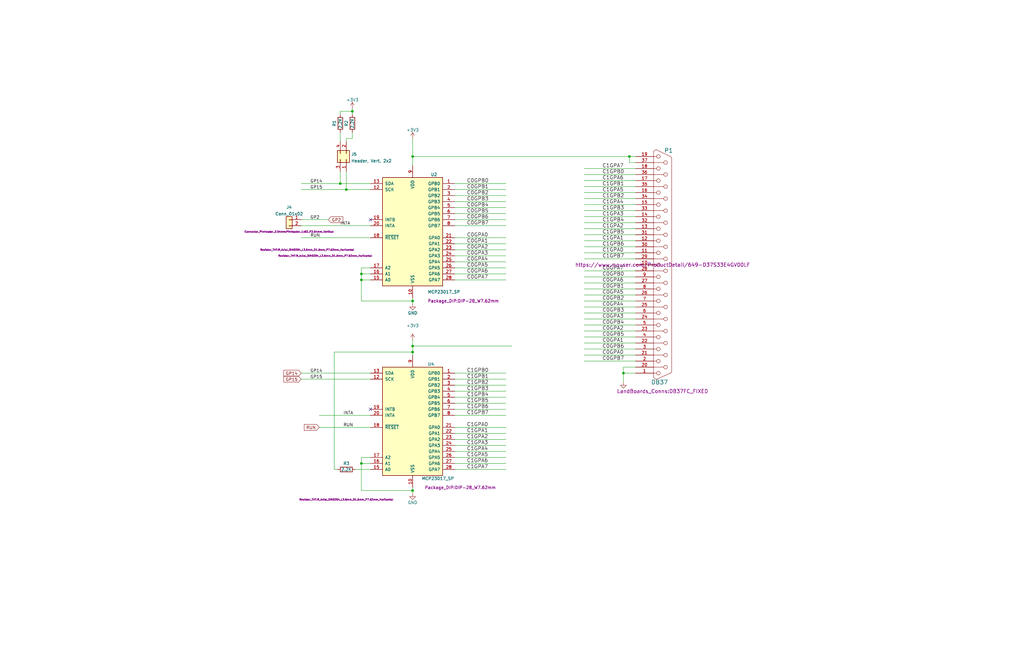
<source format=kicad_sch>
(kicad_sch (version 20211123) (generator eeschema)
  (paper "B")
  (title_block (title "DIGIO32") (date "2022-05-27") (rev "1") (company "land-boards.com"))
  (lib_symbols
    (symbol "Connector_Generic:Conn_01x02" (pin_names (offset 1.016) hide)
      (property "Reference" "J" (at 0 2.54 0))
      (property "Value" "Conn_01x02" (at 0 -5.08 0))
      (symbol "Conn_01x02_1_1"
        (rectangle (start -1.27 -2.413) (end 0 -2.667) (stroke (width 0.1524)))
        (rectangle (start -1.27 0.127) (end 0 -0.127) (stroke (width 0.1524)))
        (rectangle (start -1.27 1.27) (end 1.27 -3.81) (stroke (width 0.254)) (fill (type background)))
        (pin passive line (at -5.08 0 0) (length 3.81) (name "Pin_1") (number "1"))
        (pin passive line (at -5.08 -2.54 0) (length 3.81) (name "Pin_2") (number "2"))
      )
    )
    (symbol "Connector_Generic:Conn_02x02_Odd_Even" (pin_names (offset 1.016) hide)
      (property "Reference" "J" (at 1.27 2.54 0))
      (property "Value" "Conn_02x02_Odd_Even" (at 1.27 -5.08 0))
      (symbol "Conn_02x02_Odd_Even_1_1"
        (rectangle (start -1.27 -2.413) (end 0 -2.667) (stroke (width 0.1524)))
        (rectangle (start -1.27 0.127) (end 0 -0.127) (stroke (width 0.1524)))
        (rectangle (start -1.27 1.27) (end 3.81 -3.81) (stroke (width 0.254)) (fill (type background)))
        (rectangle (start 3.81 -2.413) (end 2.54 -2.667) (stroke (width 0.1524)))
        (rectangle (start 3.81 0.127) (end 2.54 -0.127) (stroke (width 0.1524)))
        (pin passive line (at -5.08 0 0) (length 3.81) (name "Pin_1") (number "1"))
        (pin passive line (at 7.62 0 180) (length 3.81) (name "Pin_2") (number "2"))
        (pin passive line (at -5.08 -2.54 0) (length 3.81) (name "Pin_3") (number "3"))
        (pin passive line (at 7.62 -2.54 180) (length 3.81) (name "Pin_4") (number "4"))
      )
    )
    (symbol "Device:R" (pin_numbers hide) (pin_names (offset 0))
      (property "Reference" "R" (at 2.032 0 90))
      (property "Value" "R" (at 0 0 90))
      (symbol "R_0_1"
        (rectangle (start -1.016 -2.54) (end 1.016 2.54) (stroke (width 0.254)))
      )
      (symbol "R_1_1"
        (pin passive line (at 0 3.81 270) (length 1.27) (name "~") (number "1"))
        (pin passive line (at 0 -3.81 90) (length 1.27) (name "~") (number "2"))
      )
    )
    (symbol "DigIO32-I2C-rescue:DB37-conn" (pin_names (offset 1.016) hide)
      (property "Reference" "J" (at 2.54 48.26 0))
      (property "Value" "DB37-conn" (at -1.27 -49.53 0))
      (symbol "DB37-conn_0_1"
        (arc (start -3.81 -47.244) (mid -3.3824 -48.0053) (end -2.54 -48.2346))
        (arc (start -2.54 48.514) (mid -3.3939 48.2797) (end -3.81 47.498))
        (circle (center -1.778 -45.72) (radius 0.762))
        (circle (center -1.778 -40.64) (radius 0.762))
        (circle (center -1.778 -35.56) (radius 0.762))
        (circle (center -1.778 -30.48) (radius 0.762))
        (circle (center -1.778 -25.4) (radius 0.762))
        (circle (center -1.778 -20.32) (radius 0.762))
        (circle (center -1.778 -15.24) (radius 0.762))
        (circle (center -1.778 -10.16) (radius 0.762))
        (circle (center -1.778 -5.08) (radius 0.762))
        (circle (center -1.778 0) (radius 0.762))
        (circle (center -1.778 5.08) (radius 0.762))
        (circle (center -1.778 10.16) (radius 0.762))
        (circle (center -1.778 15.24) (radius 0.762))
        (circle (center -1.778 20.32) (radius 0.762))
        (circle (center -1.778 25.4) (radius 0.762))
        (circle (center -1.778 30.48) (radius 0.762))
        (circle (center -1.778 35.56) (radius 0.762))
        (circle (center -1.778 40.64) (radius 0.762))
        (circle (center -1.778 45.72) (radius 0.762))
        (polyline (pts (xy -3.81 -45.72) (xy -2.54 -45.72)))
        (polyline (pts (xy -3.81 -43.18) (xy 0.508 -43.18)))
        (polyline (pts (xy -3.81 -40.64) (xy -2.54 -40.64)))
        (polyline (pts (xy -3.81 -38.1) (xy 0.508 -38.1)))
        (polyline (pts (xy -3.81 -35.56) (xy -2.54 -35.56)))
        (polyline (pts (xy -3.81 -33.02) (xy 0.508 -33.02)))
        (polyline (pts (xy -3.81 -30.48) (xy -2.54 -30.48)))
        (polyline (pts (xy -3.81 -27.94) (xy 0.508 -27.94)))
        (polyline (pts (xy -3.81 -25.4) (xy -2.54 -25.4)))
        (polyline (pts (xy -3.81 -22.86) (xy 0.508 -22.86)))
        (polyline (pts (xy -3.81 -20.32) (xy -2.54 -20.32)))
        (polyline (pts (xy -3.81 -17.78) (xy 0.508 -17.78)))
        (polyline (pts (xy -3.81 -15.24) (xy -2.54 -15.24)))
        (polyline (pts (xy -3.81 -12.7) (xy 0.508 -12.7)))
        (polyline (pts (xy -3.81 -10.16) (xy -2.54 -10.16)))
        (polyline (pts (xy -3.81 -7.62) (xy 0.508 -7.62)))
        (polyline (pts (xy -3.81 -5.08) (xy -2.54 -5.08)))
        (polyline (pts (xy -3.81 -2.54) (xy 0.508 -2.54)))
        (polyline (pts (xy -3.81 0) (xy -2.54 0)))
        (polyline (pts (xy -3.81 2.54) (xy 0.508 2.54)))
        (polyline (pts (xy -3.81 5.08) (xy -2.54 5.08)))
        (polyline (pts (xy -3.81 7.62) (xy 0.508 7.62)))
        (polyline (pts (xy -3.81 10.16) (xy -2.54 10.16)))
        (polyline (pts (xy -3.81 12.7) (xy 0.508 12.7)))
        (polyline (pts (xy -3.81 15.24) (xy -2.54 15.24)))
        (polyline (pts (xy -3.81 17.78) (xy 0.508 17.78)))
        (polyline (pts (xy -3.81 20.32) (xy -2.54 20.32)))
        (polyline (pts (xy -3.81 22.86) (xy 0.508 22.86)))
        (polyline (pts (xy -3.81 25.4) (xy -2.54 25.4)))
        (polyline (pts (xy -3.81 27.94) (xy 0.508 27.94)))
        (polyline (pts (xy -3.81 30.48) (xy -2.54 30.48)))
        (polyline (pts (xy -3.81 33.02) (xy 0.508 33.02)))
        (polyline (pts (xy -3.81 35.56) (xy -2.54 35.56)))
        (polyline (pts (xy -3.81 38.1) (xy 0.508 38.1)))
        (polyline (pts (xy -3.81 40.64) (xy -2.54 40.64)))
        (polyline (pts (xy -3.81 43.18) (xy 0.508 43.18)))
        (polyline (pts (xy -3.81 45.72) (xy -2.54 45.72)))
        (polyline (pts (xy -3.81 47.498) (xy -3.81 -47.2186)))
        (polyline (pts (xy -2.54 -48.26) (xy 3.302 -45.72)))
        (polyline (pts (xy -2.54 48.514) (xy 3.302 45.72)))
        (polyline (pts (xy 3.81 -44.958) (xy 3.81 44.958)))
        (circle (center 1.27 -43.18) (radius 0.762))
        (circle (center 1.27 -38.1) (radius 0.762))
        (circle (center 1.27 -33.02) (radius 0.762))
        (circle (center 1.27 -27.94) (radius 0.762))
        (circle (center 1.27 -22.86) (radius 0.762))
        (circle (center 1.27 -17.78) (radius 0.762))
        (circle (center 1.27 -12.7) (radius 0.762))
        (circle (center 1.27 -7.62) (radius 0.762))
        (circle (center 1.27 -2.54) (radius 0.762))
        (circle (center 1.27 2.54) (radius 0.762))
        (circle (center 1.27 7.62) (radius 0.762))
        (circle (center 1.27 12.7) (radius 0.762))
        (circle (center 1.27 17.78) (radius 0.762))
        (circle (center 1.27 22.86) (radius 0.762))
        (circle (center 1.27 27.94) (radius 0.762))
        (circle (center 1.27 33.02) (radius 0.762))
        (circle (center 1.27 38.1) (radius 0.762))
        (circle (center 1.27 43.18) (radius 0.762))
        (arc (start 3.302 -45.72) (mid 3.664 -45.411) (end 3.81 -44.958))
        (arc (start 3.7846 44.958) (mid 3.6544 45.3991) (end 3.302 45.6946))
      )
      (symbol "DB37-conn_1_1"
        (pin passive line (at -11.43 -45.72 0) (length 7.62) (name "1") (number "1"))
        (pin passive line (at -11.43 0 0) (length 7.62) (name "10") (number "10"))
        (pin passive line (at -11.43 5.08 0) (length 7.62) (name "11") (number "11"))
        (pin passive line (at -11.43 10.16 0) (length 7.62) (name "12") (number "12"))
        (pin passive line (at -11.43 15.24 0) (length 7.62) (name "13") (number "13"))
        (pin passive line (at -11.43 20.32 0) (length 7.62) (name "14") (number "14"))
        (pin passive line (at -11.43 25.4 0) (length 7.62) (name "15") (number "15"))
        (pin passive line (at -11.43 30.48 0) (length 7.62) (name "16") (number "16"))
        (pin passive line (at -11.43 35.56 0) (length 7.62) (name "17") (number "17"))
        (pin passive line (at -11.43 40.64 0) (length 7.62) (name "18") (number "18"))
        (pin passive line (at -11.43 45.72 0) (length 7.62) (name "19") (number "19"))
        (pin passive line (at -11.43 -40.64 0) (length 7.62) (name "2") (number "2"))
        (pin passive line (at -11.43 -43.18 0) (length 7.62) (name "20") (number "20"))
        (pin passive line (at -11.43 -38.1 0) (length 7.62) (name "21") (number "21"))
        (pin passive line (at -11.43 -33.02 0) (length 7.62) (name "22") (number "22"))
        (pin passive line (at -11.43 -27.94 0) (length 7.62) (name "23") (number "23"))
        (pin passive line (at -11.43 -22.86 0) (length 7.62) (name "24") (number "24"))
        (pin passive line (at -11.43 -17.78 0) (length 7.62) (name "25") (number "25"))
        (pin passive line (at -11.43 -12.7 0) (length 7.62) (name "26") (number "26"))
        (pin passive line (at -11.43 -7.62 0) (length 7.62) (name "27") (number "27"))
        (pin passive line (at -11.43 -2.54 0) (length 7.62) (name "28") (number "28"))
        (pin passive line (at -11.43 2.54 0) (length 7.62) (name "29") (number "29"))
        (pin passive line (at -11.43 -35.56 0) (length 7.62) (name "3") (number "3"))
        (pin passive line (at -11.43 7.62 0) (length 7.62) (name "30") (number "30"))
        (pin passive line (at -11.43 12.7 0) (length 7.62) (name "31") (number "31"))
        (pin passive line (at -11.43 17.78 0) (length 7.62) (name "32") (number "32"))
        (pin passive line (at -11.43 22.86 0) (length 7.62) (name "33") (number "33"))
        (pin passive line (at -11.43 27.94 0) (length 7.62) (name "34") (number "34"))
        (pin passive line (at -11.43 33.02 0) (length 7.62) (name "35") (number "35"))
        (pin passive line (at -11.43 38.1 0) (length 7.62) (name "36") (number "36"))
        (pin passive line (at -11.43 43.18 0) (length 7.62) (name "37") (number "37"))
        (pin passive line (at -11.43 -30.48 0) (length 7.62) (name "4") (number "4"))
        (pin passive line (at -11.43 -25.4 0) (length 7.62) (name "5") (number "5"))
        (pin passive line (at -11.43 -20.32 0) (length 7.62) (name "6") (number "6"))
        (pin passive line (at -11.43 -15.24 0) (length 7.62) (name "7") (number "7"))
        (pin passive line (at -11.43 -10.16 0) (length 7.62) (name "8") (number "8"))
        (pin passive line (at -11.43 -5.08 0) (length 7.62) (name "9") (number "9"))
      )
    )
    (symbol "Interface_Expansion:MCP23017_SP" (pin_names (offset 1.016))
      (property "Reference" "U" (at -11.43 24.13 0))
      (property "Value" "MCP23017_SP" (at 0 0 0))
      (symbol "MCP23017_SP_0_1"
        (rectangle (start -12.7 22.86) (end 12.7 -22.86) (stroke (width 0.254)) (fill (type background)))
      )
      (symbol "MCP23017_SP_1_1"
        (pin bidirectional line (at 17.78 20.32 180) (length 5.08) (name "GPB0") (number "1"))
        (pin power_in line (at 0 -27.94 90) (length 5.08) (name "VSS") (number "10"))
        (pin no_connect line (at -12.7 15.24 0) (length 5.08) hide (name "NC") (number "11"))
        (pin input line (at -17.78 17.78 0) (length 5.08) (name "SCK") (number "12"))
        (pin bidirectional line (at -17.78 20.32 0) (length 5.08) (name "SDA") (number "13"))
        (pin no_connect line (at -12.7 12.7 0) (length 5.08) hide (name "NC") (number "14"))
        (pin input line (at -17.78 -20.32 0) (length 5.08) (name "A0") (number "15"))
        (pin input line (at -17.78 -17.78 0) (length 5.08) (name "A1") (number "16"))
        (pin input line (at -17.78 -15.24 0) (length 5.08) (name "A2") (number "17"))
        (pin input line (at -17.78 -2.54 0) (length 5.08) (name "~{RESET}") (number "18"))
        (pin tri_state line (at -17.78 5.08 0) (length 5.08) (name "INTB") (number "19"))
        (pin bidirectional line (at 17.78 17.78 180) (length 5.08) (name "GPB1") (number "2"))
        (pin tri_state line (at -17.78 2.54 0) (length 5.08) (name "INTA") (number "20"))
        (pin bidirectional line (at 17.78 -2.54 180) (length 5.08) (name "GPA0") (number "21"))
        (pin bidirectional line (at 17.78 -5.08 180) (length 5.08) (name "GPA1") (number "22"))
        (pin bidirectional line (at 17.78 -7.62 180) (length 5.08) (name "GPA2") (number "23"))
        (pin bidirectional line (at 17.78 -10.16 180) (length 5.08) (name "GPA3") (number "24"))
        (pin bidirectional line (at 17.78 -12.7 180) (length 5.08) (name "GPA4") (number "25"))
        (pin bidirectional line (at 17.78 -15.24 180) (length 5.08) (name "GPA5") (number "26"))
        (pin bidirectional line (at 17.78 -17.78 180) (length 5.08) (name "GPA6") (number "27"))
        (pin bidirectional line (at 17.78 -20.32 180) (length 5.08) (name "GPA7") (number "28"))
        (pin bidirectional line (at 17.78 15.24 180) (length 5.08) (name "GPB2") (number "3"))
        (pin bidirectional line (at 17.78 12.7 180) (length 5.08) (name "GPB3") (number "4"))
        (pin bidirectional line (at 17.78 10.16 180) (length 5.08) (name "GPB4") (number "5"))
        (pin bidirectional line (at 17.78 7.62 180) (length 5.08) (name "GPB5") (number "6"))
        (pin bidirectional line (at 17.78 5.08 180) (length 5.08) (name "GPB6") (number "7"))
        (pin bidirectional line (at 17.78 2.54 180) (length 5.08) (name "GPB7") (number "8"))
        (pin power_in line (at 0 27.94 270) (length 5.08) (name "VDD") (number "9"))
      )
    )
    (symbol "power:+3.3V" (power) (pin_names (offset 0))
      (property "Value" "+3.3V" (at 0 3.556 0))
      (symbol "+3.3V_0_1"
        (polyline (pts (xy -0.762 1.27) (xy 0 2.54)))
        (polyline (pts (xy 0 0) (xy 0 2.54)))
        (polyline (pts (xy 0 2.54) (xy 0.762 1.27)))
      )
      (symbol "+3.3V_1_1"
        (pin power_in line (at 0 0 90) (length 0) hide (name "+3V3") (number "1"))
      )
    )
    (symbol "power:GND" (power) (pin_names (offset 0))
      (property "Value" "GND" (at 0 -3.81 0))
      (symbol "GND_0_1"
        (polyline (pts (xy 0 0) (xy 0 -1.27) (xy 1.27 -1.27) (xy 0 -2.54) (xy -1.27 -1.27) (xy 0 -1.27)))
      )
      (symbol "GND_1_1"
        (pin power_in line (at 0 0 270) (length 0) hide (name "GND") (number "1"))
      )
    )
  )
  (junction (at 173.99 207.01))
  (junction (at 262.89 157.48))
  (junction (at 143.51 77.47))
  (junction (at 173.99 66.04))
  (junction (at 173.99 127))
  (junction (at 148.59 46.99))
  (junction (at 173.99 146.05))
  (junction (at 152.4 115.57))
  (junction (at 265.43 66.04))
  (junction (at 146.05 80.01))
  (junction (at 152.4 195.58))
  (junction (at 152.4 118.11))
  (junction (at 173.99 148.59))
  (no_connect (at 156.21 92.71))
  (no_connect (at 156.21 172.72))
  (wire (pts (xy 191.77 187.96) (xy 213.36 187.96)))
  (wire (pts (xy 265.43 66.04) (xy 267.97 66.04)))
  (wire (pts (xy 127 157.48) (xy 156.21 157.48)))
  (wire (pts (xy 146.05 80.01) (xy 156.21 80.01)))
  (wire (pts (xy 152.4 195.58) (xy 156.21 195.58)))
  (wire (pts (xy 173.99 146.05) (xy 173.99 148.59)))
  (wire (pts (xy 191.77 87.63) (xy 213.36 87.63)))
  (wire (pts (xy 191.77 113.03) (xy 213.36 113.03)))
  (wire (pts (xy 191.77 165.1) (xy 213.36 165.1)))
  (wire (pts (xy 246.38 88.9) (xy 267.97 88.9)))
  (wire (pts (xy 191.77 190.5) (xy 213.36 190.5)))
  (wire (pts (xy 191.77 180.34) (xy 213.36 180.34)))
  (wire (pts (xy 191.77 85.09) (xy 213.36 85.09)))
  (wire (pts (xy 152.4 195.58) (xy 152.4 193.04)))
  (wire (pts (xy 191.77 118.11) (xy 213.36 118.11)))
  (wire (pts (xy 140.97 198.12) (xy 142.24 198.12)))
  (wire (pts (xy 246.38 73.66) (xy 267.97 73.66)))
  (wire (pts (xy 246.38 149.86) (xy 267.97 149.86)))
  (wire (pts (xy 246.38 86.36) (xy 267.97 86.36)))
  (wire (pts (xy 191.77 198.12) (xy 213.36 198.12)))
  (wire (pts (xy 173.99 148.59) (xy 140.97 148.59)))
  (wire (pts (xy 262.89 157.48) (xy 267.97 157.48)))
  (wire (pts (xy 267.97 68.58) (xy 265.43 68.58)))
  (wire (pts (xy 191.77 157.48) (xy 213.36 157.48)))
  (wire (pts (xy 127 160.02) (xy 156.21 160.02)))
  (wire (pts (xy 191.77 170.18) (xy 213.36 170.18)))
  (wire (pts (xy 246.38 109.22) (xy 267.97 109.22)))
  (wire (pts (xy 149.86 198.12) (xy 156.21 198.12)))
  (wire (pts (xy 146.05 72.39) (xy 146.05 80.01)))
  (wire (pts (xy 173.99 148.59) (xy 173.99 149.86)))
  (wire (pts (xy 173.99 58.42) (xy 173.99 66.04)))
  (wire (pts (xy 246.38 121.92) (xy 267.97 121.92)))
  (wire (pts (xy 134.62 175.26) (xy 156.21 175.26)))
  (wire (pts (xy 246.38 93.98) (xy 267.97 93.98)))
  (wire (pts (xy 191.77 193.04) (xy 213.36 193.04)))
  (wire (pts (xy 246.38 78.74) (xy 267.97 78.74)))
  (wire (pts (xy 246.38 116.84) (xy 267.97 116.84)))
  (wire (pts (xy 246.38 142.24) (xy 267.97 142.24)))
  (wire (pts (xy 246.38 152.4) (xy 267.97 152.4)))
  (wire (pts (xy 191.77 105.41) (xy 213.36 105.41)))
  (wire (pts (xy 246.38 91.44) (xy 267.97 91.44)))
  (wire (pts (xy 127 92.71) (xy 138.43 92.71)))
  (wire (pts (xy 246.38 104.14) (xy 267.97 104.14)))
  (wire (pts (xy 173.99 66.04) (xy 265.43 66.04)))
  (wire (pts (xy 152.4 115.57) (xy 156.21 115.57)))
  (wire (pts (xy 134.62 180.34) (xy 156.21 180.34)))
  (wire (pts (xy 143.51 72.39) (xy 143.51 77.47)))
  (wire (pts (xy 191.77 195.58) (xy 213.36 195.58)))
  (wire (pts (xy 152.4 195.58) (xy 152.4 207.01)))
  (wire (pts (xy 152.4 113.03) (xy 156.21 113.03)))
  (wire (pts (xy 191.77 182.88) (xy 213.36 182.88)))
  (wire (pts (xy 246.38 114.3) (xy 267.97 114.3)))
  (wire (pts (xy 191.77 160.02) (xy 213.36 160.02)))
  (wire (pts (xy 246.38 81.28) (xy 267.97 81.28)))
  (wire (pts (xy 262.89 157.48) (xy 262.89 161.29)))
  (wire (pts (xy 191.77 100.33) (xy 213.36 100.33)))
  (wire (pts (xy 191.77 77.47) (xy 213.36 77.47)))
  (wire (pts (xy 246.38 83.82) (xy 267.97 83.82)))
  (wire (pts (xy 246.38 71.12) (xy 267.97 71.12)))
  (wire (pts (xy 173.99 205.74) (xy 173.99 207.01)))
  (wire (pts (xy 191.77 92.71) (xy 213.36 92.71)))
  (wire (pts (xy 143.51 46.99) (xy 148.59 46.99)))
  (wire (pts (xy 262.89 154.94) (xy 262.89 157.48)))
  (wire (pts (xy 246.38 137.16) (xy 267.97 137.16)))
  (wire (pts (xy 246.38 101.6) (xy 267.97 101.6)))
  (wire (pts (xy 246.38 139.7) (xy 267.97 139.7)))
  (wire (pts (xy 143.51 48.26) (xy 143.51 46.99)))
  (wire (pts (xy 246.38 124.46) (xy 267.97 124.46)))
  (wire (pts (xy 191.77 95.25) (xy 213.36 95.25)))
  (wire (pts (xy 152.4 118.11) (xy 152.4 115.57)))
  (wire (pts (xy 246.38 134.62) (xy 267.97 134.62)))
  (wire (pts (xy 146.05 59.69) (xy 146.05 58.42)))
  (wire (pts (xy 143.51 77.47) (xy 156.21 77.47)))
  (wire (pts (xy 127 95.25) (xy 156.21 95.25)))
  (wire (pts (xy 173.99 127) (xy 152.4 127)))
  (wire (pts (xy 265.43 68.58) (xy 265.43 66.04)))
  (wire (pts (xy 148.59 45.72) (xy 148.59 46.99)))
  (wire (pts (xy 191.77 162.56) (xy 213.36 162.56)))
  (wire (pts (xy 246.38 119.38) (xy 267.97 119.38)))
  (wire (pts (xy 152.4 193.04) (xy 156.21 193.04)))
  (wire (pts (xy 246.38 147.32) (xy 267.97 147.32)))
  (wire (pts (xy 143.51 55.88) (xy 143.51 59.69)))
  (wire (pts (xy 246.38 129.54) (xy 267.97 129.54)))
  (wire (pts (xy 127 77.47) (xy 143.51 77.47)))
  (wire (pts (xy 127 100.33) (xy 156.21 100.33)))
  (wire (pts (xy 262.89 154.94) (xy 267.97 154.94)))
  (wire (pts (xy 191.77 167.64) (xy 213.36 167.64)))
  (wire (pts (xy 146.05 58.42) (xy 148.59 58.42)))
  (wire (pts (xy 246.38 99.06) (xy 267.97 99.06)))
  (wire (pts (xy 246.38 132.08) (xy 267.97 132.08)))
  (wire (pts (xy 152.4 118.11) (xy 156.21 118.11)))
  (wire (pts (xy 173.99 143.51) (xy 173.99 146.05)))
  (wire (pts (xy 246.38 96.52) (xy 267.97 96.52)))
  (wire (pts (xy 246.38 76.2) (xy 267.97 76.2)))
  (wire (pts (xy 140.97 148.59) (xy 140.97 198.12)))
  (wire (pts (xy 173.99 66.04) (xy 173.99 69.85)))
  (wire (pts (xy 148.59 46.99) (xy 148.59 48.26)))
  (wire (pts (xy 127 80.01) (xy 146.05 80.01)))
  (wire (pts (xy 191.77 185.42) (xy 213.36 185.42)))
  (wire (pts (xy 152.4 127) (xy 152.4 118.11)))
  (wire (pts (xy 152.4 115.57) (xy 152.4 113.03)))
  (wire (pts (xy 191.77 107.95) (xy 213.36 107.95)))
  (wire (pts (xy 246.38 106.68) (xy 267.97 106.68)))
  (wire (pts (xy 173.99 146.05) (xy 215.9 146.05)))
  (wire (pts (xy 191.77 175.26) (xy 213.36 175.26)))
  (wire (pts (xy 191.77 102.87) (xy 213.36 102.87)))
  (wire (pts (xy 246.38 127) (xy 267.97 127)))
  (wire (pts (xy 173.99 207.01) (xy 152.4 207.01)))
  (wire (pts (xy 173.99 125.73) (xy 173.99 127)))
  (wire (pts (xy 191.77 90.17) (xy 213.36 90.17)))
  (wire (pts (xy 191.77 110.49) (xy 213.36 110.49)))
  (wire (pts (xy 173.99 207.01) (xy 173.99 208.28)))
  (wire (pts (xy 191.77 172.72) (xy 213.36 172.72)))
  (wire (pts (xy 173.99 127) (xy 173.99 128.27)))
  (wire (pts (xy 191.77 82.55) (xy 213.36 82.55)))
  (wire (pts (xy 148.59 55.88) (xy 148.59 58.42)))
  (wire (pts (xy 191.77 80.01) (xy 213.36 80.01)))
  (wire (pts (xy 191.77 115.57) (xy 213.36 115.57)))
  (wire (pts (xy 246.38 144.78) (xy 267.97 144.78)))
  (label "C1GPA3" (at 196.85 187.96 0) (effects (font (size 1.524 1.524))))
  (label "C0GPA7" (at 254 114.3 0) (effects (font (size 1.524 1.524))))
  (label "GP14" (at 130.81 77.47 0))
  (label "C1GPA4" (at 254 86.36 0) (effects (font (size 1.524 1.524))))
  (label "C1GPB1" (at 254 78.74 0) (effects (font (size 1.524 1.524))))
  (label "C1GPB4" (at 196.85 167.64 0) (effects (font (size 1.524 1.524))))
  (label "C1GPA5" (at 254 81.28 0) (effects (font (size 1.524 1.524))))
  (label "C0GPB0" (at 196.85 77.47 0) (effects (font (size 1.524 1.524))))
  (label "C0GPA3" (at 196.85 107.95 0) (effects (font (size 1.524 1.524))))
  (label "C1GPA3" (at 254 91.44 0) (effects (font (size 1.524 1.524))))
  (label "GP14" (at 130.81 157.48 0))
  (label "C0GPB2" (at 254 127 0) (effects (font (size 1.524 1.524))))
  (label "INTA" (at 144.78 175.26 0))
  (label "GP15" (at 130.81 160.02 0))
  (label "INTA" (at 143.51 95.25 0))
  (label "C1GPB0" (at 254 73.66 0) (effects (font (size 1.524 1.524))))
  (label "C0GPB3" (at 196.85 85.09 0) (effects (font (size 1.524 1.524))))
  (label "C0GPB3" (at 254 132.08 0) (effects (font (size 1.524 1.524))))
  (label "C1GPA6" (at 254 76.2 0) (effects (font (size 1.524 1.524))))
  (label "C1GPA0" (at 254 106.68 0) (effects (font (size 1.524 1.524))))
  (label "C1GPA7" (at 254 71.12 0) (effects (font (size 1.524 1.524))))
  (label "RUN" (at 130.81 100.33 0))
  (label "C0GPB4" (at 254 137.16 0) (effects (font (size 1.524 1.524))))
  (label "C0GPA0" (at 254 149.86 0) (effects (font (size 1.524 1.524))))
  (label "C1GPB0" (at 196.85 157.48 0) (effects (font (size 1.524 1.524))))
  (label "C0GPA3" (at 254 134.62 0) (effects (font (size 1.524 1.524))))
  (label "C0GPA5" (at 196.85 113.03 0) (effects (font (size 1.524 1.524))))
  (label "C1GPA7" (at 196.85 198.12 0) (effects (font (size 1.524 1.524))))
  (label "C0GPA0" (at 196.85 100.33 0) (effects (font (size 1.524 1.524))))
  (label "RUN" (at 144.78 180.34 0))
  (label "C0GPB5" (at 254 142.24 0) (effects (font (size 1.524 1.524))))
  (label "C1GPB4" (at 254 93.98 0) (effects (font (size 1.524 1.524))))
  (label "C0GPA1" (at 196.85 102.87 0) (effects (font (size 1.524 1.524))))
  (label "C1GPB3" (at 254 88.9 0) (effects (font (size 1.524 1.524))))
  (label "C0GPB5" (at 196.85 90.17 0) (effects (font (size 1.524 1.524))))
  (label "C0GPA5" (at 254 124.46 0) (effects (font (size 1.524 1.524))))
  (label "C1GPB5" (at 196.85 170.18 0) (effects (font (size 1.524 1.524))))
  (label "C1GPB6" (at 254 104.14 0) (effects (font (size 1.524 1.524))))
  (label "C0GPB2" (at 196.85 82.55 0) (effects (font (size 1.524 1.524))))
  (label "C0GPB1" (at 254 121.92 0) (effects (font (size 1.524 1.524))))
  (label "C0GPA4" (at 196.85 110.49 0) (effects (font (size 1.524 1.524))))
  (label "C0GPB1" (at 196.85 80.01 0) (effects (font (size 1.524 1.524))))
  (label "C1GPB6" (at 196.85 172.72 0) (effects (font (size 1.524 1.524))))
  (label "C0GPB6" (at 254 147.32 0) (effects (font (size 1.524 1.524))))
  (label "C1GPA2" (at 254 96.52 0) (effects (font (size 1.524 1.524))))
  (label "GP15" (at 130.81 80.01 0))
  (label "C1GPA1" (at 254 101.6 0) (effects (font (size 1.524 1.524))))
  (label "C0GPA2" (at 196.85 105.41 0) (effects (font (size 1.524 1.524))))
  (label "C0GPA1" (at 254 144.78 0) (effects (font (size 1.524 1.524))))
  (label "C0GPA2" (at 254 139.7 0) (effects (font (size 1.524 1.524))))
  (label "C0GPA6" (at 254 119.38 0) (effects (font (size 1.524 1.524))))
  (label "C1GPB2" (at 196.85 162.56 0) (effects (font (size 1.524 1.524))))
  (label "C1GPA0" (at 196.85 180.34 0) (effects (font (size 1.524 1.524))))
  (label "C0GPB7" (at 254 152.4 0) (effects (font (size 1.524 1.524))))
  (label "C1GPA5" (at 196.85 193.04 0) (effects (font (size 1.524 1.524))))
  (label "C0GPA7" (at 196.85 118.11 0) (effects (font (size 1.524 1.524))))
  (label "C1GPA1" (at 196.85 182.88 0) (effects (font (size 1.524 1.524))))
  (label "C1GPB1" (at 196.85 160.02 0) (effects (font (size 1.524 1.524))))
  (label "C1GPA6" (at 196.85 195.58 0) (effects (font (size 1.524 1.524))))
  (label "C0GPB7" (at 196.85 95.25 0) (effects (font (size 1.524 1.524))))
  (label "C0GPA4" (at 254 129.54 0) (effects (font (size 1.524 1.524))))
  (label "C1GPB2" (at 254 83.82 0) (effects (font (size 1.524 1.524))))
  (label "C1GPB7" (at 254 109.22 0) (effects (font (size 1.524 1.524))))
  (label "C0GPB0" (at 254 116.84 0) (effects (font (size 1.524 1.524))))
  (label "C1GPB7" (at 196.85 175.26 0) (effects (font (size 1.524 1.524))))
  (label "C1GPA4" (at 196.85 190.5 0) (effects (font (size 1.524 1.524))))
  (label "C1GPB5" (at 254 99.06 0) (effects (font (size 1.524 1.524))))
  (label "GP2" (at 130.81 92.71 0))
  (label "C1GPA2" (at 196.85 185.42 0) (effects (font (size 1.524 1.524))))
  (label "C0GPB4" (at 196.85 87.63 0) (effects (font (size 1.524 1.524))))
  (label "C0GPA6" (at 196.85 115.57 0) (effects (font (size 1.524 1.524))))
  (label "C0GPB6" (at 196.85 92.71 0) (effects (font (size 1.524 1.524))))
  (label "C1GPB3" (at 196.85 165.1 0) (effects (font (size 1.524 1.524))))
  (global_label "GP15" (shape input) (at 127 160.02 180) (property "Intersheet References" "${INTERSHEET_REFS}" (effects hide)))
  (global_label "GP2" (shape input) (at 138.43 92.71 0) (property "Intersheet References" "${INTERSHEET_REFS}" (effects hide)))
  (global_label "RUN" (shape input) (at 134.62 180.34 180) (property "Intersheet References" "${INTERSHEET_REFS}" (effects hide)))
  (global_label "GP14" (shape input) (at 127 157.48 180) (property "Intersheet References" "${INTERSHEET_REFS}" (effects hide)))
  (symbol (lib_id "power:+3.3V") (at 173.99 58.42 0) (unit 1)
    (property "Reference" "#PWR0104" (effects hide))
    (property "Value" "+3.3V" (at 173.99 54.864 0))
  )
  (symbol (lib_id "power:GND") (at 262.89 161.29 0) (unit 1)
    (property "Reference" "#PWR0108" (effects hide))
    (property "Value" "GND" (effects hide))
  )
  (symbol (lib_id "Interface_Expansion:MCP23017_SP") (at 173.99 97.79 0) (unit 1)
    (property "Reference" "U2" (at 181.61 73.66 0) (effects (justify left)))
    (property "Value" "MCP23017_SP" (at 180.34 123.19 0) (effects (justify left)))
    (property "Footprint" "Package_DIP:DIP-28_W7.62mm" (at 180.34 127 0) (effects (justify left)))
    (property "Datasheet" "http://ww1.microchip.com/downloads/en/DeviceDoc/20001952C.pdf" (effects hide))
  )
  (symbol (lib_id "Interface_Expansion:MCP23017_SP") (at 173.99 177.8 0) (unit 1)
    (property "Reference" "U4" (at 180.34 153.67 0) (effects (justify left)))
    (property "Value" "MCP23017_SP" (at 177.8 201.93 0) (effects (justify left)))
    (property "Footprint" "Package_DIP:DIP-28_W7.62mm" (at 179.07 205.74 0) (effects (justify left)))
    (property "Datasheet" "http://ww1.microchip.com/downloads/en/DeviceDoc/20001952C.pdf" (effects hide))
  )
  (symbol (lib_id "power:GND") (at 173.99 208.28 0) (unit 1)
    (property "Reference" "#PWR0105" (effects hide))
    (property "Value" "GND" (at 173.99 212.09 0))
  )
  (symbol (lib_id "Device:R") (at 143.51 52.07 0) (unit 1)
    (property "Reference" "R1" (at 140.97 52.07 90))
    (property "Value" "2.2K" (at 143.51 52.07 90))
    (property "Footprint" "Resistor_THT:R_Axial_DIN0204_L3.6mm_D1.6mm_P7.62mm_Horizontal" (at 129.54 105.41 0) (effects (font (size 0.762 0.762))))
    (property "Datasheet" "https://www.mouser.com/ProductDetail/299-2.2K-RC" (effects hide))
  )
  (symbol (lib_id "Device:R") (at 146.05 198.12 270) (unit 1)
    (property "Reference" "R3" (at 146.05 195.58 90))
    (property "Value" "2.2K" (at 146.05 198.12 90))
    (property "Footprint" "Resistor_THT:R_Axial_DIN0204_L3.6mm_D1.6mm_P7.62mm_Horizontal" (at 146.05 210.82 90) (effects (font (size 0.762 0.762))))
  )
  (symbol (lib_id "DigIO32-I2C-rescue:DB37-conn") (at 279.4 111.76 0) (unit 1)
    (property "Reference" "P1" (at 281.94 63.5 0) (effects (font (size 1.778 1.778))))
    (property "Value" "DB37" (at 278.13 161.29 0) (effects (font (size 1.778 1.778))))
    (property "Footprint" "LandBoards_Conns:DB37FC_FIXED" (at 279.4 165.1 0) (effects (font (size 1.524 1.524))))
    (property "Datasheet" "https://www.mouser.com/ProductDetail/649-D37S33E4GV00LF" (at 279.4 111.76 0) (effects (font (size 1.524 1.524))))
  )
  (symbol (lib_id "power:GND") (at 173.99 128.27 0) (unit 1)
    (property "Reference" "#PWR0106" (effects hide))
    (property "Value" "GND" (at 173.99 132.08 0))
  )
  (symbol (lib_id "Connector_Generic:Conn_02x02_Odd_Even") (at 146.05 67.31 270) (mirror x) (unit 1)
    (property "Reference" "J5" (at 148.082 65.1315 90) (effects (justify left)))
    (property "Value" "Header, Vert, 2x2" (at 148.082 67.9066 90) (effects (justify left)))
    (property "Footprint" "Connector_PinHeader_2.54mm:PinHeader_2x02_P2.54mm_Vertical" (effects hide))
  )
  (symbol (lib_id "power:+3.3V") (at 173.99 143.51 0) (unit 1)
    (property "Reference" "#PWR0107" (effects hide))
    (property "Value" "+3.3V" (at 173.99 137.414 0))
  )
  (symbol (lib_id "Device:R") (at 148.59 52.07 0) (unit 1)
    (property "Reference" "R2" (at 146.05 52.07 90))
    (property "Value" "2.2K" (at 148.59 52.07 90))
    (property "Footprint" "Resistor_THT:R_Axial_DIN0204_L3.6mm_D1.6mm_P7.62mm_Horizontal" (at 137.16 107.95 0) (effects (font (size 0.762 0.762))))
    (property "Datasheet" "https://www.mouser.com/ProductDetail/299-2.2K-RC" (effects hide))
  )
  (symbol (lib_id "Connector_Generic:Conn_01x02") (at 121.92 92.71 0) (mirror y) (unit 1)
    (property "Reference" "J4" (at 121.92 87.4735 0))
    (property "Value" "Conn_01x02" (at 121.92 90.2486 0))
    (property "Footprint" "Connector_PinHeader_2.54mm:PinHeader_1x02_P2.54mm_Vertical" (at 121.92 97.79 0) (effects (font (size 0.762 0.762))))
  )
  (symbol (lib_id "power:+3.3V") (at 148.59 45.72 0) (unit 1)
    (property "Reference" "#PWR0103" (effects hide))
    (property "Value" "+3.3V" (at 148.59 42.164 0))
  )
)
</source>
